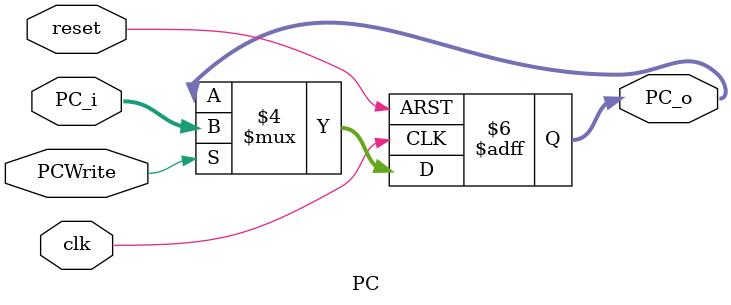
<source format=v>
`timescale 1ns / 1ps

module PC(reset, clk, PCWrite, PC_i, PC_o);
    //Input Clock Signals
    input reset;             
    input clk;
    //Input Control Signals             
    input PCWrite;
    //Input PC             
    input [31:0] PC_i;
    //Output PC  
    output reg [31:0] PC_o; 
    initial begin
        PC_o <= 0;
    end

    always@(posedge reset or posedge clk)
    begin
        if(reset) begin
            PC_o <= 0;
        end else if (PCWrite) begin
            PC_o <= PC_i;
        end else begin
            PC_o <= PC_o;
        end
    end
endmodule
</source>
